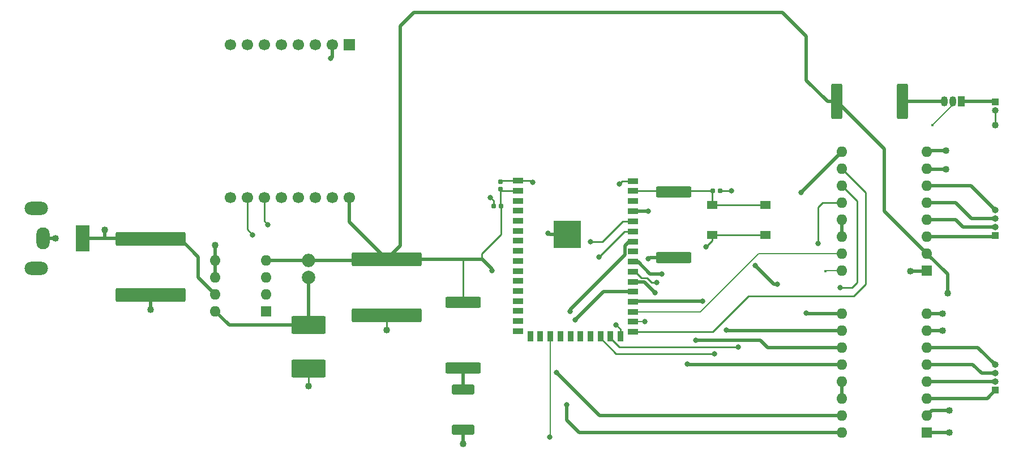
<source format=gbr>
%TF.GenerationSoftware,KiCad,Pcbnew,(6.0.11-0)*%
%TF.CreationDate,2024-05-25T22:05:18+02:00*%
%TF.ProjectId,The Mechanical Turk,54686520-4d65-4636-9861-6e6963616c20,rev?*%
%TF.SameCoordinates,Original*%
%TF.FileFunction,Copper,L1,Top*%
%TF.FilePolarity,Positive*%
%FSLAX46Y46*%
G04 Gerber Fmt 4.6, Leading zero omitted, Abs format (unit mm)*
G04 Created by KiCad (PCBNEW (6.0.11-0)) date 2024-05-25 22:05:18*
%MOMM*%
%LPD*%
G01*
G04 APERTURE LIST*
G04 Aperture macros list*
%AMRoundRect*
0 Rectangle with rounded corners*
0 $1 Rounding radius*
0 $2 $3 $4 $5 $6 $7 $8 $9 X,Y pos of 4 corners*
0 Add a 4 corners polygon primitive as box body*
4,1,4,$2,$3,$4,$5,$6,$7,$8,$9,$2,$3,0*
0 Add four circle primitives for the rounded corners*
1,1,$1+$1,$2,$3*
1,1,$1+$1,$4,$5*
1,1,$1+$1,$6,$7*
1,1,$1+$1,$8,$9*
0 Add four rect primitives between the rounded corners*
20,1,$1+$1,$2,$3,$4,$5,0*
20,1,$1+$1,$4,$5,$6,$7,0*
20,1,$1+$1,$6,$7,$8,$9,0*
20,1,$1+$1,$8,$9,$2,$3,0*%
G04 Aperture macros list end*
%TA.AperFunction,SMDPad,CuDef*%
%ADD10RoundRect,0.155000X-0.212500X-0.155000X0.212500X-0.155000X0.212500X0.155000X-0.212500X0.155000X0*%
%TD*%
%TA.AperFunction,ComponentPad*%
%ADD11R,1.000000X1.000000*%
%TD*%
%TA.AperFunction,ComponentPad*%
%ADD12O,1.000000X1.000000*%
%TD*%
%TA.AperFunction,SMDPad,CuDef*%
%ADD13RoundRect,0.250000X-2.400000X0.575000X-2.400000X-0.575000X2.400000X-0.575000X2.400000X0.575000X0*%
%TD*%
%TA.AperFunction,SMDPad,CuDef*%
%ADD14RoundRect,0.155000X0.212500X0.155000X-0.212500X0.155000X-0.212500X-0.155000X0.212500X-0.155000X0*%
%TD*%
%TA.AperFunction,ComponentPad*%
%ADD15R,1.600000X1.600000*%
%TD*%
%TA.AperFunction,ComponentPad*%
%ADD16O,1.600000X1.600000*%
%TD*%
%TA.AperFunction,ComponentPad*%
%ADD17R,1.050000X1.500000*%
%TD*%
%TA.AperFunction,ComponentPad*%
%ADD18O,1.050000X1.500000*%
%TD*%
%TA.AperFunction,SMDPad,CuDef*%
%ADD19RoundRect,0.250001X-4.974999X0.799999X-4.974999X-0.799999X4.974999X-0.799999X4.974999X0.799999X0*%
%TD*%
%TA.AperFunction,SMDPad,CuDef*%
%ADD20RoundRect,0.250000X-0.575000X-2.400000X0.575000X-2.400000X0.575000X2.400000X-0.575000X2.400000X0*%
%TD*%
%TA.AperFunction,SMDPad,CuDef*%
%ADD21RoundRect,0.250000X2.400000X-0.575000X2.400000X0.575000X-2.400000X0.575000X-2.400000X-0.575000X0*%
%TD*%
%TA.AperFunction,SMDPad,CuDef*%
%ADD22R,1.550000X1.300000*%
%TD*%
%TA.AperFunction,SMDPad,CuDef*%
%ADD23R,1.500000X0.900000*%
%TD*%
%TA.AperFunction,SMDPad,CuDef*%
%ADD24R,0.900000X1.500000*%
%TD*%
%TA.AperFunction,SMDPad,CuDef*%
%ADD25R,4.100000X4.100000*%
%TD*%
%TA.AperFunction,SMDPad,CuDef*%
%ADD26RoundRect,0.249999X1.425001X-0.512501X1.425001X0.512501X-1.425001X0.512501X-1.425001X-0.512501X0*%
%TD*%
%TA.AperFunction,ComponentPad*%
%ADD27R,2.000000X4.000000*%
%TD*%
%TA.AperFunction,ComponentPad*%
%ADD28O,2.000000X3.300000*%
%TD*%
%TA.AperFunction,ComponentPad*%
%ADD29O,3.500000X2.000000*%
%TD*%
%TA.AperFunction,ComponentPad*%
%ADD30C,2.000000*%
%TD*%
%TA.AperFunction,ComponentPad*%
%ADD31O,2.000000X2.000000*%
%TD*%
%TA.AperFunction,SMDPad,CuDef*%
%ADD32RoundRect,0.155000X0.155000X-0.212500X0.155000X0.212500X-0.155000X0.212500X-0.155000X-0.212500X0*%
%TD*%
%TA.AperFunction,ComponentPad*%
%ADD33C,1.700000*%
%TD*%
%TA.AperFunction,ComponentPad*%
%ADD34R,1.700000X1.700000*%
%TD*%
%TA.AperFunction,SMDPad,CuDef*%
%ADD35RoundRect,0.250001X-2.324999X1.074999X-2.324999X-1.074999X2.324999X-1.074999X2.324999X1.074999X0*%
%TD*%
%TA.AperFunction,ViaPad*%
%ADD36C,0.800000*%
%TD*%
%TA.AperFunction,ViaPad*%
%ADD37C,1.016000*%
%TD*%
%TA.AperFunction,ViaPad*%
%ADD38C,0.406400*%
%TD*%
%TA.AperFunction,Conductor*%
%ADD39C,0.508000*%
%TD*%
%TA.AperFunction,Conductor*%
%ADD40C,0.254000*%
%TD*%
%TA.AperFunction,Conductor*%
%ADD41C,0.200000*%
%TD*%
G04 APERTURE END LIST*
D10*
%TO.P,C3,1*%
%TO.N,Net-(C3-Pad1)*%
X184344500Y-92710000D03*
%TO.P,C3,2*%
%TO.N,GND*%
X185479500Y-92710000D03*
%TD*%
D11*
%TO.P,J2,1,Pin_1*%
%TO.N,Net-(A1-Pad3)*%
X226622000Y-122550000D03*
D12*
%TO.P,J2,2,Pin_2*%
%TO.N,Net-(A1-Pad4)*%
X226622000Y-121280000D03*
%TO.P,J2,3,Pin_3*%
%TO.N,Net-(A1-Pad5)*%
X226622000Y-120010000D03*
%TO.P,J2,4,Pin_4*%
%TO.N,Net-(A1-Pad6)*%
X226622000Y-118740000D03*
%TD*%
D13*
%TO.P,R4,1*%
%TO.N,+3.3V*%
X147066000Y-109400000D03*
%TO.P,R4,2*%
%TO.N,Net-(D2-Pad2)*%
X147066000Y-119200000D03*
%TD*%
D11*
%TO.P,J3,1,Pin_1*%
%TO.N,Net-(A2-Pad3)*%
X226622000Y-99436000D03*
D12*
%TO.P,J3,2,Pin_2*%
%TO.N,Net-(A2-Pad4)*%
X226622000Y-98166000D03*
%TO.P,J3,3,Pin_3*%
%TO.N,Net-(A2-Pad5)*%
X226622000Y-96896000D03*
%TO.P,J3,4,Pin_4*%
%TO.N,Net-(A2-Pad6)*%
X226622000Y-95626000D03*
%TD*%
D14*
%TO.P,C2,1*%
%TO.N,+3.3V*%
X152713500Y-94992000D03*
%TO.P,C2,2*%
%TO.N,GND*%
X151578500Y-94992000D03*
%TD*%
D15*
%TO.P,A1,1,GND*%
%TO.N,GND*%
X216398000Y-128854000D03*
D16*
%TO.P,A1,2,VDD*%
%TO.N,+3.3V*%
X216398000Y-126314000D03*
%TO.P,A1,3,1B*%
%TO.N,Net-(A1-Pad3)*%
X216398000Y-123774000D03*
%TO.P,A1,4,1A*%
%TO.N,Net-(A1-Pad4)*%
X216398000Y-121234000D03*
%TO.P,A1,5,2A*%
%TO.N,Net-(A1-Pad5)*%
X216398000Y-118694000D03*
%TO.P,A1,6,2B*%
%TO.N,Net-(A1-Pad6)*%
X216398000Y-116154000D03*
%TO.P,A1,7,GND*%
%TO.N,GND*%
X216398000Y-113614000D03*
%TO.P,A1,8,VMOT*%
%TO.N,+12V*%
X216398000Y-111074000D03*
%TO.P,A1,9,~{ENABLE}*%
%TO.N,Net-(A1-Pad9)*%
X203698000Y-111074000D03*
%TO.P,A1,10,MS1*%
%TO.N,Net-(A1-Pad10)*%
X203698000Y-113614000D03*
%TO.P,A1,11,MS2*%
%TO.N,Net-(A1-Pad11)*%
X203698000Y-116154000D03*
%TO.P,A1,12,MS3*%
%TO.N,Net-(A1-Pad12)*%
X203698000Y-118694000D03*
%TO.P,A1,13,~{RESET}*%
%TO.N,Net-(A1-Pad13)*%
X203698000Y-121234000D03*
%TO.P,A1,14,~{SLEEP}*%
X203698000Y-123774000D03*
%TO.P,A1,15,STEP*%
%TO.N,Net-(A1-Pad15)*%
X203698000Y-126314000D03*
%TO.P,A1,16,DIR*%
%TO.N,Net-(A1-Pad16)*%
X203698000Y-128854000D03*
%TD*%
D17*
%TO.P,Q1,1,S*%
%TO.N,Net-(J4-Pad1)*%
X221542000Y-79370000D03*
D18*
%TO.P,Q1,2,G*%
%TO.N,IO16*%
X220272000Y-79370000D03*
%TO.P,Q1,3,D*%
%TO.N,Net-(Q1-Pad3)*%
X219002000Y-79370000D03*
%TD*%
D15*
%TO.P,U1,1,NC*%
%TO.N,unconnected-(U1-Pad1)*%
X117602000Y-110744000D03*
D16*
%TO.P,U1,2,NC*%
%TO.N,unconnected-(U1-Pad2)*%
X117602000Y-108204000D03*
%TO.P,U1,3,NC*%
%TO.N,unconnected-(U1-Pad3)*%
X117602000Y-105664000D03*
%TO.P,U1,4,FB*%
%TO.N,+3.3V*%
X117602000Y-103124000D03*
%TO.P,U1,5,~{ON}/OFF*%
%TO.N,GND*%
X109982000Y-103124000D03*
%TO.P,U1,6,GND*%
X109982000Y-105664000D03*
%TO.P,U1,7,VIN*%
%TO.N,+12V*%
X109982000Y-108204000D03*
%TO.P,U1,8,OUT*%
%TO.N,Net-(D1-Pad1)*%
X109982000Y-110744000D03*
%TD*%
D19*
%TO.P,CIN1,1*%
%TO.N,+12V*%
X100330000Y-99965000D03*
%TO.P,CIN1,2*%
%TO.N,GND*%
X100330000Y-108315000D03*
%TD*%
%TO.P,COUT1,1*%
%TO.N,+3.3V*%
X135636000Y-103013000D03*
%TO.P,COUT1,2*%
%TO.N,GND*%
X135636000Y-111363000D03*
%TD*%
D20*
%TO.P,R2,1*%
%TO.N,+3.3V*%
X202926000Y-79370000D03*
%TO.P,R2,2*%
%TO.N,Net-(Q1-Pad3)*%
X212726000Y-79370000D03*
%TD*%
D21*
%TO.P,R1,1*%
%TO.N,+3.3V*%
X178562000Y-102690000D03*
%TO.P,R1,2*%
%TO.N,Net-(C3-Pad1)*%
X178562000Y-92890000D03*
%TD*%
D22*
%TO.P,SW1,1,1*%
%TO.N,GND*%
X192278000Y-99314000D03*
X184328000Y-99314000D03*
%TO.P,SW1,2,2*%
%TO.N,Net-(C3-Pad1)*%
X192278000Y-94814000D03*
X184328000Y-94814000D03*
%TD*%
D23*
%TO.P,U2,1,GND*%
%TO.N,GND*%
X155205000Y-91223000D03*
%TO.P,U2,2,3V3*%
%TO.N,+3.3V*%
X155205000Y-92723000D03*
%TO.P,U2,3,IO00*%
%TO.N,N/C*%
X155205000Y-94223000D03*
%TO.P,U2,4,IO01*%
X155205000Y-95723000D03*
%TO.P,U2,5,IO02*%
%TO.N,unconnected-(U2-Pad5)*%
X155205000Y-97223000D03*
%TO.P,U2,6,IO03*%
%TO.N,unconnected-(U2-Pad6)*%
X155205000Y-98723000D03*
%TO.P,U2,7,IO04*%
%TO.N,unconnected-(U2-Pad7)*%
X155205000Y-100223000D03*
%TO.P,U2,8,IO05*%
%TO.N,unconnected-(U2-Pad8)*%
X155205000Y-101723000D03*
%TO.P,U2,9,IO06*%
%TO.N,N/C*%
X155205000Y-103223000D03*
%TO.P,U2,10,IO07*%
%TO.N,unconnected-(U2-Pad10)*%
X155205000Y-104723000D03*
%TO.P,U2,11,IO08*%
%TO.N,unconnected-(U2-Pad11)*%
X155205000Y-106223000D03*
%TO.P,U2,12,IO09*%
%TO.N,N/C*%
X155205000Y-107723000D03*
%TO.P,U2,13,IO10*%
X155205000Y-109223000D03*
%TO.P,U2,14,IO11*%
X155205000Y-110723000D03*
%TO.P,U2,15,IO12*%
X155205000Y-112223000D03*
%TO.P,U2,16,IO13*%
X155205000Y-113723000D03*
D24*
%TO.P,U2,17,IO14*%
%TO.N,unconnected-(U2-Pad17)*%
X157080000Y-114473000D03*
%TO.P,U2,18,IO15*%
%TO.N,N/C*%
X158580000Y-114473000D03*
%TO.P,U2,19,IO16*%
%TO.N,IO16*%
X160080000Y-114473000D03*
%TO.P,U2,20,IO17*%
%TO.N,unconnected-(U2-Pad20)*%
X161580000Y-114473000D03*
%TO.P,U2,21,IO18*%
%TO.N,unconnected-(U2-Pad21)*%
X163080000Y-114473000D03*
%TO.P,U2,22,USB_D-*%
%TO.N,N/C*%
X164580000Y-114473000D03*
%TO.P,U2,23,USB_D+*%
X166080000Y-114473000D03*
%TO.P,U2,24,IO21*%
%TO.N,Net-(A2-Pad12)*%
X167580000Y-114473000D03*
%TO.P,U2,25,IO26*%
%TO.N,Net-(A2-Pad11)*%
X169080000Y-114473000D03*
%TO.P,U2,26,GND*%
%TO.N,GND*%
X170580000Y-114473000D03*
D23*
%TO.P,U2,27,IO33*%
%TO.N,Net-(A2-Pad10)*%
X172455000Y-113823000D03*
%TO.P,U2,28,IO34*%
%TO.N,Net-(A2-Pad16)*%
X172455000Y-112323000D03*
%TO.P,U2,29,IO35*%
%TO.N,Net-(A2-Pad15)*%
X172455000Y-110823000D03*
%TO.P,U2,30,IO36*%
%TO.N,Net-(A2-Pad9)*%
X172455000Y-109323000D03*
%TO.P,U2,31,IO37*%
%TO.N,Net-(A1-Pad16)*%
X172455000Y-107823000D03*
%TO.P,U2,32,IO38*%
%TO.N,Net-(A1-Pad12)*%
X172455000Y-106323000D03*
%TO.P,U2,33,IO39*%
%TO.N,Net-(A1-Pad11)*%
X172455000Y-104823000D03*
%TO.P,U2,34,IO40*%
%TO.N,Net-(A1-Pad10)*%
X172455000Y-103323000D03*
%TO.P,U2,35,IO41*%
%TO.N,unconnected-(U2-Pad35)*%
X172455000Y-101823000D03*
%TO.P,U2,36,IO42*%
%TO.N,Net-(A1-Pad15)*%
X172455000Y-100323000D03*
%TO.P,U2,37,TXD0*%
%TO.N,TX*%
X172455000Y-98823000D03*
%TO.P,U2,38,RXD0*%
%TO.N,RX*%
X172455000Y-97323000D03*
%TO.P,U2,39,IO45*%
%TO.N,Net-(A1-Pad9)*%
X172455000Y-95823000D03*
%TO.P,U2,40,IO46*%
%TO.N,N/C*%
X172455000Y-94223000D03*
%TO.P,U2,41,EN*%
%TO.N,Net-(C3-Pad1)*%
X172455000Y-92723000D03*
%TO.P,U2,42,GND*%
%TO.N,GND*%
X172455000Y-91323000D03*
D25*
%TO.P,U2,43,GND*%
X162640000Y-99263000D03*
%TD*%
D26*
%TO.P,D2,1,K*%
%TO.N,GND*%
X147066000Y-128463500D03*
%TO.P,D2,2,A*%
%TO.N,Net-(D2-Pad2)*%
X147066000Y-122488500D03*
%TD*%
D27*
%TO.P,J1,1*%
%TO.N,+12V*%
X90170000Y-99822000D03*
D28*
%TO.P,J1,2*%
%TO.N,GND*%
X84170000Y-99822000D03*
D29*
%TO.P,J1,MP*%
%TO.N,N/C*%
X83170000Y-95322000D03*
X83170000Y-104322000D03*
%TD*%
D30*
%TO.P,L1,1,1*%
%TO.N,Net-(D1-Pad1)*%
X123952000Y-105672000D03*
D31*
%TO.P,L1,2,2*%
%TO.N,+3.3V*%
X123952000Y-103132000D03*
%TD*%
D15*
%TO.P,A2,1,GND*%
%TO.N,GND*%
X216398000Y-104648000D03*
D16*
%TO.P,A2,2,VDD*%
%TO.N,+3.3V*%
X216398000Y-102108000D03*
%TO.P,A2,3,1B*%
%TO.N,Net-(A2-Pad3)*%
X216398000Y-99568000D03*
%TO.P,A2,4,1A*%
%TO.N,Net-(A2-Pad4)*%
X216398000Y-97028000D03*
%TO.P,A2,5,2A*%
%TO.N,Net-(A2-Pad5)*%
X216398000Y-94488000D03*
%TO.P,A2,6,2B*%
%TO.N,Net-(A2-Pad6)*%
X216398000Y-91948000D03*
%TO.P,A2,7,GND*%
%TO.N,GND*%
X216398000Y-89408000D03*
%TO.P,A2,8,VMOT*%
%TO.N,+12V*%
X216398000Y-86868000D03*
%TO.P,A2,9,~{ENABLE}*%
%TO.N,Net-(A2-Pad9)*%
X203698000Y-86868000D03*
%TO.P,A2,10,MS1*%
%TO.N,Net-(A2-Pad10)*%
X203698000Y-89408000D03*
%TO.P,A2,11,MS2*%
%TO.N,Net-(A2-Pad11)*%
X203698000Y-91948000D03*
%TO.P,A2,12,MS3*%
%TO.N,Net-(A2-Pad12)*%
X203698000Y-94488000D03*
%TO.P,A2,13,~{RESET}*%
%TO.N,Net-(A2-Pad13)*%
X203698000Y-97028000D03*
%TO.P,A2,14,~{SLEEP}*%
X203698000Y-99568000D03*
%TO.P,A2,15,STEP*%
%TO.N,Net-(A2-Pad15)*%
X203698000Y-102108000D03*
%TO.P,A2,16,DIR*%
%TO.N,Net-(A2-Pad16)*%
X203698000Y-104648000D03*
%TD*%
D11*
%TO.P,J4,1,Pin_1*%
%TO.N,Net-(J4-Pad1)*%
X226622000Y-79482000D03*
D12*
%TO.P,J4,2,Pin_2*%
%TO.N,GND*%
X226622000Y-80752000D03*
%TD*%
D32*
%TO.P,C1,1*%
%TO.N,+3.3V*%
X152654000Y-92515500D03*
%TO.P,C1,2*%
%TO.N,GND*%
X152654000Y-91380500D03*
%TD*%
D33*
%TO.P,G1,16,3V3*%
%TO.N,+3.3V*%
X129974000Y-93728500D03*
%TO.P,G1,15,IO16/PSRAM_CS*%
%TO.N,unconnected-(G1-Pad15)*%
X127434000Y-93728500D03*
%TO.P,G1,14,IO0/CSI_MCLK*%
%TO.N,unconnected-(G1-Pad14)*%
X124894000Y-93728500D03*
%TO.P,G1,13*%
%TO.N,N/C*%
X122354000Y-93728500D03*
%TO.P,G1,12,VCC*%
%TO.N,unconnected-(G1-Pad12)*%
X119814000Y-93728500D03*
%TO.P,G1,11,IO3/U0RXD*%
%TO.N,RX*%
X117274000Y-93728500D03*
%TO.P,G1,10,IO1/U0TXD*%
%TO.N,TX*%
X114734000Y-93728500D03*
%TO.P,G1,9*%
%TO.N,N/C*%
X112194000Y-93728500D03*
%TO.P,G1,8,HS2_D1/IO4*%
%TO.N,unconnected-(G1-Pad8)*%
X112194000Y-70868500D03*
%TO.P,G1,7,HS2_D0/IO2*%
%TO.N,unconnected-(G1-Pad7)*%
X114734000Y-70868500D03*
%TO.P,G1,6,HS2_CLK/IO14*%
%TO.N,unconnected-(G1-Pad6)*%
X117274000Y-70868500D03*
%TO.P,G1,5,HS2_CMD/IO15*%
%TO.N,unconnected-(G1-Pad5)*%
X119814000Y-70868500D03*
%TO.P,G1,4,HS2_D3/IO13*%
%TO.N,unconnected-(G1-Pad4)*%
X122354000Y-70868500D03*
%TO.P,G1,3,HS2_D2/IO12*%
%TO.N,unconnected-(G1-Pad3)*%
X124894000Y-70868500D03*
%TO.P,G1,2,GND*%
%TO.N,GND*%
X127434000Y-70868500D03*
D34*
%TO.P,G1,1,5V*%
%TO.N,unconnected-(G1-Pad1)*%
X129974000Y-70868500D03*
%TD*%
D35*
%TO.P,D1,1,K*%
%TO.N,Net-(D1-Pad1)*%
X123952000Y-112803000D03*
%TO.P,D1,2,A*%
%TO.N,GND*%
X123952000Y-119353000D03*
%TD*%
D36*
%TO.N,Net-(A1-Pad11)*%
X176022000Y-106426000D03*
X181864000Y-115062000D03*
%TO.N,Net-(A1-Pad10)*%
X176784000Y-105156000D03*
X186436000Y-113538000D03*
%TO.N,Net-(A1-Pad9)*%
X194056000Y-106680000D03*
X174752000Y-95758000D03*
X190754000Y-103886000D03*
X198374000Y-110998000D03*
%TO.N,Net-(A1-Pad12)*%
X175768000Y-107950000D03*
X180594000Y-118618000D03*
%TO.N,Net-(A2-Pad9)*%
X182880000Y-109220000D03*
X197612000Y-92964000D03*
%TO.N,Net-(A1-Pad15)*%
X161036000Y-119888000D03*
X163068000Y-110744000D03*
%TO.N,Net-(A1-Pad16)*%
X163830000Y-112014000D03*
X162560000Y-124714000D03*
%TO.N,+3.3V*%
X151384000Y-104648000D03*
X174752000Y-102870000D03*
%TO.N,Net-(A2-Pad11)*%
X188214000Y-116078000D03*
X203454000Y-107188000D03*
%TO.N,Net-(A2-Pad12)*%
X200152000Y-100584000D03*
X184658000Y-117094000D03*
%TO.N,IO16*%
X160020000Y-129540000D03*
%TO.N,GND*%
X187198000Y-92710000D03*
X183388000Y-101092000D03*
%TO.N,Net-(A2-Pad16)*%
X174244000Y-112268000D03*
%TO.N,GND*%
X157480000Y-91440000D03*
D37*
X100330000Y-110490000D03*
X213922000Y-104770000D03*
D36*
X159766000Y-99060000D03*
D37*
X147066000Y-130556000D03*
D36*
X151130000Y-93726000D03*
D37*
X86106000Y-99822000D03*
X219764000Y-128900000D03*
D36*
X127254000Y-72898000D03*
D37*
X123952000Y-121920000D03*
X135636000Y-113538000D03*
X219256000Y-89530000D03*
X218748000Y-113660000D03*
X109982000Y-100838000D03*
D36*
X169926000Y-112776000D03*
X170434000Y-91694000D03*
D37*
X226622000Y-82926000D03*
%TO.N,+3.3V*%
X219764000Y-125598000D03*
X219510000Y-108072000D03*
%TO.N,+12V*%
X219256000Y-86736000D03*
X93472000Y-98552000D03*
X218748000Y-111120000D03*
D38*
%TO.N,Net-(A2-Pad16)*%
X201222000Y-104770000D03*
D36*
%TO.N,TX*%
X115570000Y-99314000D03*
X167386000Y-102616000D03*
%TO.N,RX*%
X117856000Y-97790000D03*
X166116000Y-100330000D03*
D38*
%TO.N,IO16*%
X217224000Y-82926000D03*
%TD*%
D39*
%TO.N,+3.3V*%
X135636000Y-103013000D02*
X137668000Y-100981000D01*
X137668000Y-100981000D02*
X137668000Y-68072000D01*
X137668000Y-68072000D02*
X139700000Y-66040000D01*
X139700000Y-66040000D02*
X194818000Y-66040000D01*
X194818000Y-66040000D02*
X198374000Y-69596000D01*
X198374000Y-69596000D02*
X198374000Y-76200000D01*
X198374000Y-76200000D02*
X201544000Y-79370000D01*
X201544000Y-79370000D02*
X202926000Y-79370000D01*
D40*
%TO.N,Net-(A1-Pad11)*%
X174571000Y-105737000D02*
X175260000Y-106426000D01*
X173669000Y-105737000D02*
X174571000Y-105737000D01*
X172755000Y-104823000D02*
X173669000Y-105737000D01*
X175260000Y-106426000D02*
X176022000Y-106426000D01*
X172455000Y-104823000D02*
X172755000Y-104823000D01*
D39*
X192608000Y-116154000D02*
X191516000Y-115062000D01*
X191516000Y-115062000D02*
X181864000Y-115062000D01*
X203698000Y-116154000D02*
X192608000Y-116154000D01*
%TO.N,Net-(A1-Pad10)*%
X176784000Y-105156000D02*
X175006000Y-105156000D01*
X175006000Y-105156000D02*
X173173000Y-103323000D01*
X173173000Y-103323000D02*
X172455000Y-103323000D01*
X203698000Y-113614000D02*
X186512000Y-113614000D01*
X186512000Y-113614000D02*
X186436000Y-113538000D01*
%TO.N,Net-(A1-Pad9)*%
X172520000Y-95758000D02*
X172455000Y-95823000D01*
X193548000Y-106680000D02*
X190754000Y-103886000D01*
X194056000Y-106680000D02*
X193548000Y-106680000D01*
X174752000Y-95758000D02*
X172520000Y-95758000D01*
X198450000Y-111074000D02*
X198374000Y-110998000D01*
X203698000Y-111074000D02*
X198450000Y-111074000D01*
%TO.N,Net-(A2-Pad9)*%
X182880000Y-109220000D02*
X172558000Y-109220000D01*
X172558000Y-109220000D02*
X172455000Y-109323000D01*
%TO.N,Net-(A1-Pad12)*%
X203698000Y-118694000D02*
X180670000Y-118694000D01*
X174141000Y-106323000D02*
X172455000Y-106323000D01*
X180670000Y-118694000D02*
X180594000Y-118618000D01*
X175768000Y-107950000D02*
X174141000Y-106323000D01*
D40*
%TO.N,Net-(A2-Pad12)*%
X184658000Y-117094000D02*
X169901000Y-117094000D01*
X169901000Y-117094000D02*
X167580000Y-114773000D01*
X167580000Y-114773000D02*
X167580000Y-114473000D01*
D39*
%TO.N,Net-(A2-Pad9)*%
X203698000Y-86868000D02*
X197612000Y-92954000D01*
X197612000Y-92954000D02*
X197612000Y-92964000D01*
%TO.N,Net-(A1-Pad15)*%
X163068000Y-110744000D02*
X163068000Y-110490000D01*
X163068000Y-110490000D02*
X171251000Y-102307000D01*
X171251000Y-102307000D02*
X171251000Y-100919000D01*
X171251000Y-100919000D02*
X171847000Y-100323000D01*
X171847000Y-100323000D02*
X172455000Y-100323000D01*
D40*
%TO.N,TX*%
X167386000Y-102616000D02*
X171179000Y-98823000D01*
X171179000Y-98823000D02*
X172455000Y-98823000D01*
%TO.N,RX*%
X167894000Y-100330000D02*
X170901000Y-97323000D01*
X170901000Y-97323000D02*
X172455000Y-97323000D01*
X166116000Y-100330000D02*
X167894000Y-100330000D01*
D39*
%TO.N,Net-(A1-Pad15)*%
X167462000Y-126314000D02*
X161036000Y-119888000D01*
X203698000Y-126314000D02*
X167462000Y-126314000D01*
%TO.N,Net-(A1-Pad16)*%
X163830000Y-112014000D02*
X168021000Y-107823000D01*
X164414000Y-128854000D02*
X162560000Y-127000000D01*
X203698000Y-128854000D02*
X164414000Y-128854000D01*
X162560000Y-127000000D02*
X162560000Y-124714000D01*
X168021000Y-107823000D02*
X172455000Y-107823000D01*
%TO.N,+3.3V*%
X174932000Y-102690000D02*
X174752000Y-102870000D01*
X178562000Y-102690000D02*
X174932000Y-102690000D01*
X151384000Y-104648000D02*
X151384000Y-104394000D01*
X151384000Y-104394000D02*
X149860000Y-102870000D01*
D41*
%TO.N,Net-(A2-Pad15)*%
X203698000Y-102108000D02*
X191262000Y-102108000D01*
X191262000Y-102108000D02*
X182547000Y-110823000D01*
X182547000Y-110823000D02*
X172455000Y-110823000D01*
D40*
%TO.N,Net-(A2-Pad11)*%
X188214000Y-116078000D02*
X170385000Y-116078000D01*
X170385000Y-116078000D02*
X169080000Y-114773000D01*
X169080000Y-114773000D02*
X169080000Y-114473000D01*
X203698000Y-91948000D02*
X205994000Y-94244000D01*
X205994000Y-94244000D02*
X205994000Y-106426000D01*
X205232000Y-107188000D02*
X203454000Y-107188000D01*
X205994000Y-106426000D02*
X205232000Y-107188000D01*
%TO.N,Net-(A2-Pad12)*%
X200836000Y-94488000D02*
X203698000Y-94488000D01*
X200152000Y-100584000D02*
X200152000Y-95172000D01*
X200152000Y-95172000D02*
X200836000Y-94488000D01*
D41*
%TO.N,IO16*%
X160020000Y-129540000D02*
X160080000Y-129480000D01*
X160080000Y-129480000D02*
X160080000Y-114473000D01*
D39*
%TO.N,+3.3V*%
X202926000Y-79370000D02*
X210058000Y-86502000D01*
X210058000Y-86502000D02*
X210058000Y-95768000D01*
X210058000Y-95768000D02*
X216398000Y-102108000D01*
D40*
%TO.N,Net-(A2-Pad10)*%
X203698000Y-89408000D02*
X207264000Y-92974000D01*
X207264000Y-106680000D02*
X205486000Y-108458000D01*
X207264000Y-92974000D02*
X207264000Y-106680000D01*
X184373000Y-113823000D02*
X172455000Y-113823000D01*
X205486000Y-108458000D02*
X189738000Y-108458000D01*
X189738000Y-108458000D02*
X184373000Y-113823000D01*
%TO.N,Net-(C3-Pad1)*%
X172455000Y-92723000D02*
X178395000Y-92723000D01*
X178395000Y-92723000D02*
X178562000Y-92890000D01*
%TO.N,GND*%
X185479500Y-92710000D02*
X187198000Y-92710000D01*
X184328000Y-100152000D02*
X183388000Y-101092000D01*
X184328000Y-99314000D02*
X184328000Y-100152000D01*
%TO.N,Net-(C3-Pad1)*%
X184344500Y-92710000D02*
X178742000Y-92710000D01*
X178742000Y-92710000D02*
X178562000Y-92890000D01*
X184328000Y-94814000D02*
X184328000Y-92726500D01*
X184328000Y-92726500D02*
X184344500Y-92710000D01*
%TO.N,GND*%
X192278000Y-99314000D02*
X184328000Y-99314000D01*
%TO.N,Net-(C3-Pad1)*%
X184328000Y-94814000D02*
X192278000Y-94814000D01*
D41*
%TO.N,Net-(A2-Pad16)*%
X174244000Y-112268000D02*
X172510000Y-112268000D01*
X172510000Y-112268000D02*
X172455000Y-112323000D01*
D40*
%TO.N,GND*%
X157263000Y-91223000D02*
X157480000Y-91440000D01*
X155205000Y-91223000D02*
X157263000Y-91223000D01*
D39*
X127434000Y-72718000D02*
X127254000Y-72898000D01*
D40*
X151578500Y-94992000D02*
X151578500Y-94174500D01*
X170805000Y-91323000D02*
X170434000Y-91694000D01*
D39*
X86106000Y-99822000D02*
X84170000Y-99822000D01*
X219764000Y-128900000D02*
X216444000Y-128900000D01*
X216444000Y-128900000D02*
X216398000Y-128854000D01*
X216276000Y-104770000D02*
X216398000Y-104648000D01*
D40*
X170580000Y-114473000D02*
X170580000Y-113430000D01*
X152654000Y-91380500D02*
X152811500Y-91223000D01*
D39*
X159969000Y-99263000D02*
X159766000Y-99060000D01*
D40*
X135636000Y-113538000D02*
X135636000Y-111363000D01*
X152811500Y-91223000D02*
X155205000Y-91223000D01*
D39*
X109982000Y-100838000D02*
X109982000Y-103124000D01*
D40*
X170580000Y-113430000D02*
X169926000Y-112776000D01*
D39*
X213922000Y-104770000D02*
X216276000Y-104770000D01*
D40*
X172455000Y-91323000D02*
X170805000Y-91323000D01*
D39*
X216520000Y-89530000D02*
X216398000Y-89408000D01*
X162640000Y-99263000D02*
X159969000Y-99263000D01*
X218748000Y-113660000D02*
X216444000Y-113660000D01*
X100330000Y-110490000D02*
X100330000Y-108315000D01*
X219256000Y-89530000D02*
X216520000Y-89530000D01*
X147066000Y-128463500D02*
X147066000Y-130556000D01*
X109982000Y-105664000D02*
X109982000Y-103124000D01*
D40*
X226622000Y-82926000D02*
X226622000Y-80752000D01*
D39*
X127434000Y-70868500D02*
X127434000Y-72718000D01*
D40*
X151578500Y-94174500D02*
X151130000Y-93726000D01*
X123952000Y-121920000D02*
X123952000Y-119353000D01*
D39*
X216444000Y-113660000D02*
X216398000Y-113614000D01*
D40*
%TO.N,+3.3V*%
X152654000Y-92515500D02*
X152861500Y-92723000D01*
D39*
X135636000Y-103013000D02*
X129974000Y-97351000D01*
X135517000Y-103132000D02*
X123952000Y-103132000D01*
D40*
X147066000Y-103124000D02*
X146955000Y-103013000D01*
D39*
X219510000Y-105220000D02*
X216398000Y-102108000D01*
X219764000Y-125598000D02*
X217114000Y-125598000D01*
X123944000Y-103124000D02*
X123952000Y-103132000D01*
D40*
X152713500Y-99254500D02*
X149860000Y-102108000D01*
D39*
X117602000Y-103124000D02*
X123944000Y-103124000D01*
D40*
X152861500Y-92723000D02*
X155205000Y-92723000D01*
D39*
X219510000Y-108072000D02*
X219510000Y-105220000D01*
X217114000Y-125598000D02*
X216398000Y-126314000D01*
X135636000Y-103013000D02*
X135517000Y-103132000D01*
D40*
X152654000Y-94932500D02*
X152713500Y-94992000D01*
X152654000Y-92515500D02*
X152654000Y-94932500D01*
D39*
X146955000Y-103013000D02*
X149717000Y-103013000D01*
X135636000Y-103013000D02*
X146955000Y-103013000D01*
X149717000Y-103013000D02*
X149860000Y-102870000D01*
D40*
X147066000Y-109400000D02*
X147066000Y-103124000D01*
X152713500Y-94992000D02*
X152713500Y-99254500D01*
D39*
X129974000Y-97351000D02*
X129974000Y-93728500D01*
D40*
X149860000Y-102108000D02*
X149860000Y-102870000D01*
D39*
%TO.N,Net-(A1-Pad3)*%
X216398000Y-123774000D02*
X225398000Y-123774000D01*
X225398000Y-123774000D02*
X226622000Y-122550000D01*
%TO.N,Net-(A1-Pad4)*%
X216398000Y-121234000D02*
X226576000Y-121234000D01*
X226576000Y-121234000D02*
X226622000Y-121280000D01*
%TO.N,Net-(A1-Pad5)*%
X223274000Y-118694000D02*
X224590000Y-120010000D01*
X216398000Y-118694000D02*
X223274000Y-118694000D01*
X224590000Y-120010000D02*
X226622000Y-120010000D01*
%TO.N,Net-(A1-Pad6)*%
X224036000Y-116154000D02*
X226622000Y-118740000D01*
X216398000Y-116154000D02*
X224036000Y-116154000D01*
%TO.N,+12V*%
X93472000Y-99822000D02*
X100187000Y-99822000D01*
X104791000Y-99965000D02*
X107442000Y-102616000D01*
X100187000Y-99822000D02*
X100330000Y-99965000D01*
X216530000Y-86736000D02*
X216398000Y-86868000D01*
X100330000Y-99965000D02*
X104791000Y-99965000D01*
X90170000Y-99822000D02*
X93472000Y-99822000D01*
X216444000Y-111120000D02*
X216398000Y-111074000D01*
X218748000Y-111120000D02*
X216444000Y-111120000D01*
X219256000Y-86736000D02*
X216530000Y-86736000D01*
X93472000Y-98552000D02*
X93472000Y-99822000D01*
X107442000Y-105664000D02*
X109982000Y-108204000D01*
X107442000Y-102616000D02*
X107442000Y-105664000D01*
%TO.N,Net-(A1-Pad13)*%
X203698000Y-121234000D02*
X203698000Y-123774000D01*
%TO.N,Net-(A2-Pad3)*%
X216398000Y-99568000D02*
X226490000Y-99568000D01*
X226490000Y-99568000D02*
X226622000Y-99436000D01*
%TO.N,Net-(A2-Pad4)*%
X221796000Y-98166000D02*
X226622000Y-98166000D01*
X216398000Y-97028000D02*
X220658000Y-97028000D01*
X220658000Y-97028000D02*
X221796000Y-98166000D01*
%TO.N,Net-(A2-Pad5)*%
X216398000Y-94488000D02*
X220658000Y-94488000D01*
X220658000Y-94488000D02*
X223066000Y-96896000D01*
X223066000Y-96896000D02*
X226622000Y-96896000D01*
%TO.N,Net-(A2-Pad6)*%
X222944000Y-91948000D02*
X226622000Y-95626000D01*
X216398000Y-91948000D02*
X222944000Y-91948000D01*
%TO.N,Net-(A2-Pad13)*%
X203698000Y-99568000D02*
X203698000Y-97028000D01*
D41*
%TO.N,Net-(A2-Pad16)*%
X201344000Y-104648000D02*
X201222000Y-104770000D01*
X203698000Y-104648000D02*
X201344000Y-104648000D01*
D39*
%TO.N,Net-(D1-Pad1)*%
X123952000Y-105672000D02*
X123952000Y-112803000D01*
X112041000Y-112803000D02*
X123952000Y-112803000D01*
X109982000Y-110744000D02*
X112041000Y-112803000D01*
D40*
%TO.N,TX*%
X114734000Y-98478000D02*
X115570000Y-99314000D01*
X114734000Y-93728500D02*
X114734000Y-98478000D01*
%TO.N,RX*%
X117274000Y-97208000D02*
X117856000Y-97790000D01*
X117274000Y-93728500D02*
X117274000Y-97208000D01*
D39*
%TO.N,Net-(J4-Pad1)*%
X226510000Y-79370000D02*
X226622000Y-79482000D01*
X221542000Y-79370000D02*
X226510000Y-79370000D01*
D41*
%TO.N,IO16*%
X217224000Y-82926000D02*
X220272000Y-79878000D01*
X220272000Y-79878000D02*
X220272000Y-79370000D01*
D39*
%TO.N,Net-(Q1-Pad3)*%
X219002000Y-79370000D02*
X212726000Y-79370000D01*
%TO.N,Net-(D2-Pad2)*%
X147066000Y-119200000D02*
X147066000Y-122488500D01*
%TD*%
M02*

</source>
